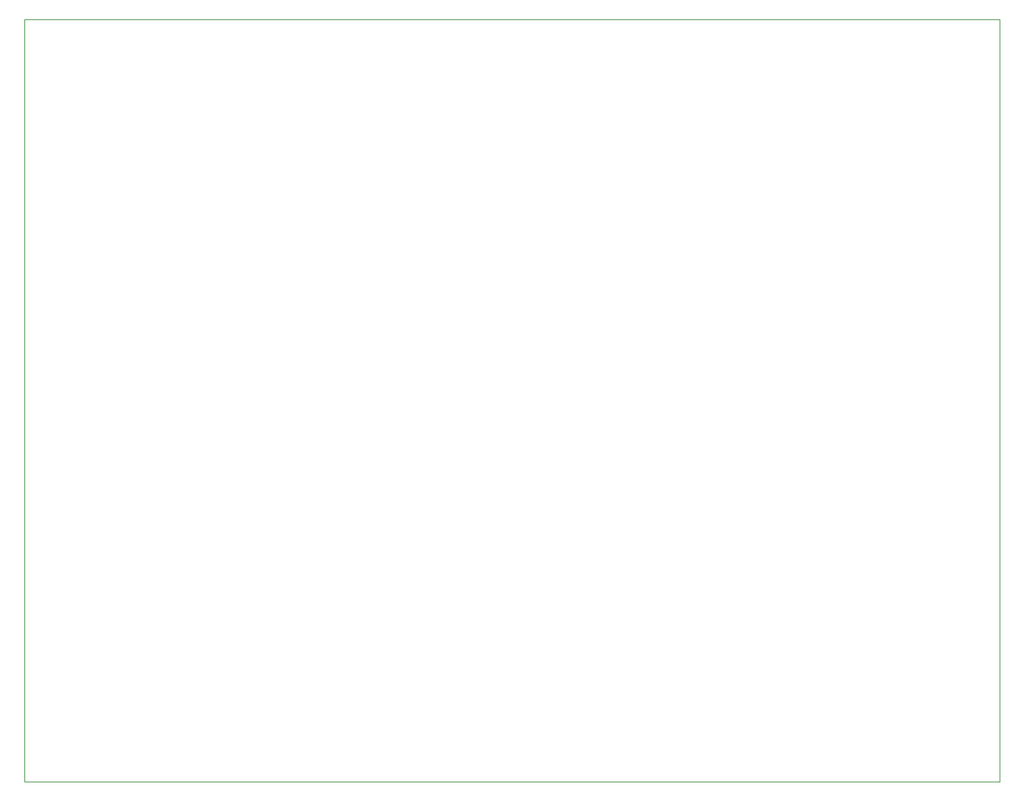
<source format=gbr>
%TF.GenerationSoftware,KiCad,Pcbnew,9.0.4-9.0.4-0~ubuntu24.04.1*%
%TF.CreationDate,2025-09-30T20:45:27-06:00*%
%TF.ProjectId,Interfaz_digital,496e7465-7266-4617-9a5f-646967697461,rev?*%
%TF.SameCoordinates,Original*%
%TF.FileFunction,Profile,NP*%
%FSLAX46Y46*%
G04 Gerber Fmt 4.6, Leading zero omitted, Abs format (unit mm)*
G04 Created by KiCad (PCBNEW 9.0.4-9.0.4-0~ubuntu24.04.1) date 2025-09-30 20:45:27*
%MOMM*%
%LPD*%
G01*
G04 APERTURE LIST*
%TA.AperFunction,Profile*%
%ADD10C,0.050000*%
%TD*%
G04 APERTURE END LIST*
D10*
X115000000Y-45000000D02*
X230000000Y-45000000D01*
X230000000Y-135000000D01*
X115000000Y-135000000D01*
X115000000Y-45000000D01*
M02*

</source>
